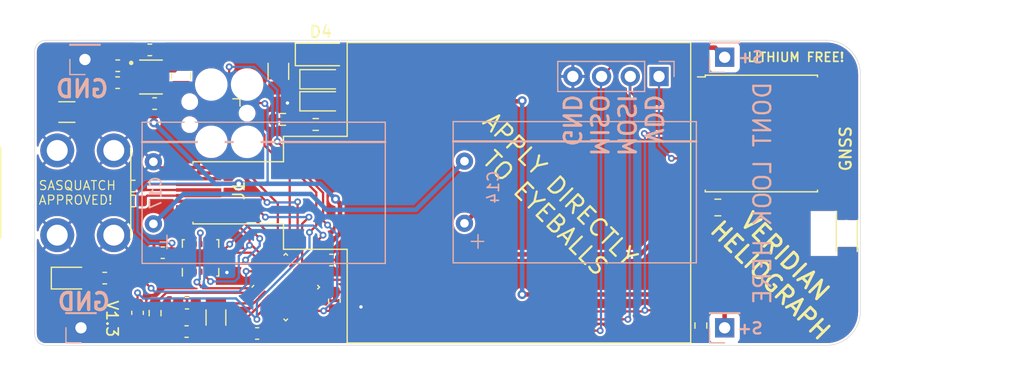
<source format=kicad_pcb>
(kicad_pcb (version 20211014) (generator pcbnew)
  (layers (0 "F.Cu" signal) (31 "B.Cu" signal) (34 "B.Paste" user) (35 "F.Paste" user) (36 "B.SilkS" user "B.Silkscreen") (37 "F.SilkS" user "F.Silkscreen") (38 "B.Mask" user) (39 "F.Mask" user) (44 "Edge.Cuts" user))
  (net 0 "")
  (net 1 "GND")
  (net 2 "VBAT_SENSE")
  (net 3 "VDD")
  (net 5 "GPS_EXINT")
  (net 6 "Net-(C4-Pad1)")
  (net 7 "Net-(C10-Pad1)")
  (net 8 "DISP_CS")
  (net 9 "EXTCOMIN")
  (net 11 "GPS_UART_MOSI")
  (net 12 "GPS_UART_MISO")
  (net 13 "Net-(D2-Pad2)")
  (net 14 "LED")
  (net 15 "/GPS_RF")
  (net 16 "VBAT")
  (net 17 "DISP_EN")
  (net 18 "Net-(R4-Pad1)")
  (net 19 "Net-(L2-Pad2)")
  (net 20 "Net-(L2-Pad1)")
  (net 30 "RESET")
  (net 31 "VBATMID")
  (net 40 "/SWDIO")
  (net 41 "SPI_MOSI")
  (net 42 "SPI_CLK")
  (net 43 "SPI_MISO")
  (net 44 "LIS_INT")
  (net 45 "LIS_CS")
  (net 46 "Net-(D1-Pad2)")
  (net 47 "Net-(D3-Pad2)")
  (net 48 "BOOT0")
  (net 50 "/SWDCLK")
  (footprint "Capacitor_SMD:C_1206_3216Metric" (layer "F.Cu") (at 68.55 52.75 90)
    (fp_text reference "C12" hide)
    (fp_text value "47uF")
  )
  (footprint "Resistor_SMD:R_0603_1608Metric" (layer "F.Cu") (at 53.2 71.05 180)
    (fp_text reference "R3" hide)
    (fp_text value "390")
  )
  (footprint "Diode_SMD:D_0805_2012Metric" (layer "F.Cu") (at 50.1625 71.05)
    (fp_text reference "D2" hide)
    (fp_text value "LED")
  )
  (footprint "Capacitor_SMD:C_0603_1608Metric" (layer "F.Cu") (at 57.6125 55.6)
    (fp_text reference "C5" hide)
    (fp_text value "10nF")
  )
  (footprint "Capacitor_SMD:C_1206_3216Metric" (layer "F.Cu") (at 49.85 56.35)
    (fp_text reference "C7" hide)
    (fp_text value "47uF")
  )
  (footprint "Capacitor_SMD:C_0603_1608Metric" (layer "F.Cu") (at 57.1875 50.85)
    (fp_text reference "C8" hide)
    (fp_text value "1uF")
  )
  (footprint "Resistor_SMD:R_0603_1608Metric" (layer "F.Cu") (at 54.3375 53.75 180)
    (fp_text reference "R4" hide)
    (fp_text value "432k")
  )
  (footprint "Resistor_SMD:R_0603_1608Metric" (layer "F.Cu") (at 54.35 52.25)
    (fp_text reference "R5" hide)
    (fp_text value "91k")
  )
  (footprint "Heliograph:VREG_TPS63802DLAR" (layer "F.Cu") (at 57.2875 53.25)
    (fp_text reference "U7" hide)
    (fp_text value "TPS63802")
  )
  (footprint "Inductor_SMD:L_0806_2016Metric" (layer "F.Cu") (at 59.95 53.15 -90)
    (fp_text reference "L2" hide)
    (fp_text value "0.47uH")
  )
  (footprint "Capacitor_SMD:C_0603_1608Metric" (layer "F.Cu") (at 55.7125 62.9)
    (fp_text reference "C9" hide)
    (fp_text value "1uF")
  )
  (footprint "Capacitor_SMD:C_0603_1608Metric" (layer "F.Cu") (at 55.7 64.22)
    (fp_text reference "C20" hide)
    (fp_text value "1uF")
  )
  (footprint "Capacitor_SMD:C_0603_1608Metric" (layer "F.Cu") (at 66.675 75.95 180)
    (fp_text reference "C25" hide)
    (fp_text value "1uF")
  )
  (footprint "Heliograph:M4_RA_7792" (layer "F.Cu") (at 49 63.5 -90)
    (fp_text reference "J7" hide)
    (fp_text value "Screw_Terminal_01x01")
  )
  (footprint "Capacitor_SMD:C_0603_1608Metric" (layer "F.Cu") (at 58.325 68.8)
    (fp_text reference "C26" hide)
    (fp_text value "1uF")
  )
  (footprint "Package_LGA:LGA-16_3x3mm_P0.5mm_LayoutBorder3x5y" (layer "F.Cu") (at 61.67 69.26 90)
    (fp_text reference "U6" hide)
    (fp_text value "LIS3DH" hide)
  )
  (footprint "Heliograph:LS013B7DH03" (layer "F.Cu") (at 61 63.5 90)
    (fp_text reference "J1")
    (fp_text value "Conn_01x10_Female")
  )
  (footprint "Diode_SMD:D_SOD-323_HandSoldering" (layer "F.Cu") (at 72.35 55.4)
    (fp_text reference "D1" hide)
    (fp_text value "Schottky")
  )
  (footprint "Diode_SMD:D_SOD-323_HandSoldering" (layer "F.Cu") (at 72.35 53.45)
    (fp_text reference "D3" hide)
    (fp_text value "Schottky")
  )
  (footprint "Capacitor_SMD:C_0402_1005Metric" (layer "F.Cu") (at 117.835 64.4)
    (fp_text reference "C1" hide)
    (fp_text value "3.3pF")
  )
  (footprint "RF_GPS:ublox_MAX" (layer "F.Cu") (at 111.25 58.25)
    (fp_text reference "U2" hide)
    (fp_text value "MAX-M10Q")
  )
  (footprint "RF_Antenna:Pulse_W3011" (layer "F.Cu") (at 118.8 67.1)
    (fp_text reference "AE1" hide)
    (fp_text value "Antenna_Shield")
  )
  (footprint "Resistor_SMD:R_0603_1608Metric" (layer "F.Cu") (at 105.9 75.25 90)
    (fp_text reference "R7" hide)
    (fp_text value "1M")
  )
  (footprint "Capacitor_SMD:C_0603_1608Metric" (layer "F.Cu") (at 60.435 75.78 180)
    (fp_text reference "C10" hide)
    (fp_text value "11pF")
  )
  (footprint "Resistor_SMD:R_0603_1608Metric" (layer "F.Cu") (at 71.85 57.45)
    (fp_text reference "R12" hide)
    (fp_text value "1M")
  )
  (footprint "Capacitor_SMD:C_0805_2012Metric" (layer "F.Cu") (at 107.4 64.8)
    (fp_text reference "C13" hide)
    (fp_text value "4.7uF")
  )
  (footprint "Package_DFN_QFN:QFN-28_4x4mm_P0.5mm" (layer "F.Cu") (at 69.2 71.85 45)
    (fp_text reference "U1" hide)
    (fp_text value "STM32L011G3Ux")
  )
  (footprint "Diode_SMD:D_SOD-123" (layer "F.Cu") (at 72.3 51.25)
    (fp_text reference "D4")
    (fp_text value "6V")
  )
  (footprint "Capacitor_SMD:C_0603_1608Metric" (layer "F.Cu") (at 56.1 74.125 90)
    (fp_text reference "C18" hide)
    (fp_text value "10nF")
  )
  (footprint "Capacitor_SMD:C_0603_1608Metric" (layer "F.Cu") (at 73.225 69.45)
    (fp_text reference "C11" hide)
    (fp_text value "1uF")
  )
  (footprint "Capacitor_SMD:C_0603_1608Metric" (layer "F.Cu") (at 60.47 73.27 180)
    (fp_text reference "C4" hide)
    (fp_text value "11pF")
  )
  (footprint "Capacitor_SMD:C_0603_1608Metric" (layer "F.Cu") (at 73.5 73.05 -90)
    (fp_text reference "C23" hide)
    (fp_text value "10nF")
  )
  (footprint "Resistor_SMD:R_0603_1608Metric" (layer "F.Cu") (at 68.95 57)
    (fp_text reference "R13" hide)
    (fp_text value "1M")
  )
  (footprint "Resistor_SMD:R_0603_1608Metric" (layer "F.Cu") (at 57.65 74.15 90)
    (fp_text reference "R1" hide)
    (fp_text value "91k")
  )
  (footprint "Connector:Tag-Connect_TC2030-IDC-FP_2x03_P1.27mm_Vertical" (layer "F.Cu") (at 63.25 56.45 180)
    (fp_text reference "J4" hide)
    (fp_text value "Conn_02x03_Odd_Even")
  )
  (footprint "Crystal:Crystal_SMD_3215-2Pin_3.2x1.5mm" (layer "F.Cu") (at 63.03 74.54 -90)
    (fp_text reference "Y1" hide)
    (fp_text value "32.768")
  )
  (footprint "Connector_PinHeader_2.54mm:PinHeader_1x01_P2.54mm_Vertical" (layer "B.Cu") (at 108 51.5)
    (fp_text reference "J2" hide)
    (fp_text value "Solar1+")
  )
  (footprint "Connector_PinHeader_2.54mm:PinHeader_1x01_P2.54mm_Vertical" (layer "B.Cu") (at 108 75.45)
    (fp_text reference "J5" hide)
    (fp_text value "Solar2+")
  )
  (footprint "Connector_PinHeader_2.54mm:PinHeader_1x01_P2.54mm_Vertical" (layer "B.Cu") (at 51.1 75.45)
    (fp_text reference "J6" hide)
    (fp_text value "GND")
  )
  (footprint "Connector_PinHeader_2.54mm:PinHeader_1x01_P2.54mm_Vertical" (layer "B.Cu") (at 51.45 51.7)
    (fp_text reference "J3" hide)
    (fp_text value "GND")
  )
  (footprint "Veridian-Library-KiCad:SCCT20E106SRB" (layer "B.Cu") (at 57.5 63.5 90)
    (fp_text reference "C17")
    (fp_text value "10F")
  )
  (footprint "Heliograph:SCCT20E106SRB" (layer "B.Cu") (at 85 63.45 90)
    (fp_text reference "C14")
    (fp_text value "10F")
  )
  (footprint "Connector_PinSocket_2.54mm:PinSocket_1x04_P2.54mm_Vertical" (layer "B.Cu") (at 102.2 53.2 90)
    (fp_text reference "J8" hide)
    (fp_text value "Conn_01x04_Male")
  )
  (gr_arc (start 117 50) (mid 119.12132 50.87868) (end 120 53) (layer "Edge.Cuts") (width 0.05))
  (gr_line (start 120 53) (end 120 74) (layer "Edge.Cuts") (width 0.05))
  (gr_arc (start 47.000003 51) (mid 47.292896 50.292894) (end 48.000003 50) (layer "Edge.Cuts") (width 0.05))
  (gr_line (start 117 77) (end 48 77) (layer "Edge.Cuts") (width 0.05))
  (gr_arc (start 48 77) (mid 47.292894 76.707106) (end 47 76) (layer "Edge.Cuts") (width 0.05))
  (gr_arc (start 120 74) (mid 119.12132 76.12132) (end 117 77) (layer "Edge.Cuts") (width 0.05))
  (gr_line (start 47.000003 51) (end 47 76) (layer "Edge.Cuts") (width 0.05))
  (gr_line (start 48.000003 50) (end 117 50) (layer "Edge.Cuts") (width 0.05))
  (gr_text "GND" (at 51.35 73.15) (layer "B.SilkS") (effects (font (size 1.5 1.5) (thickness 0.3)) (justify mirror)))
  (gr_text "S+" (at 110.3 51.5) (layer "B.SilkS") (effects (font (size 1 1) (thickness 0.2)) (justify mirror)))
  (gr_text "S+" (at 110.25 75.5) (layer "B.SilkS") (effects (font (size 1 1) (thickness 0.2)) (justify mirror)))
  (gr_text "GND" (at 51.2 54.3) (layer "B.SilkS") (effects (font (size 1.5 1.5) (thickness 0.3)) (justify mirror)))
  (gr_text "DONT LOOK HERE " (at 111.35 64.1 90) (layer "B.SilkS") (effects (font (size 1.5 1.5) (thickness 0.2)) (justify mirror)))
  (gr_text "VDD\nMOSI\nMISO\nGND" (at 98.1 54.65 270) (layer "B.SilkS") (effects (font (size 1.5 1.5) (thickness 0.25)) (justify right mirror)))
  (gr_text "V1.3" (at 53.85 74.65 270) (layer "F.SilkS") (effects (font (size 1 1))))
  (gr_text "LITHIUM FREE!" (at 114.3 51.5) (layer "F.SilkS") (effects (font (size 0.8 0.8))))
  (gr_text "VERIDIAN \nHELIOGRAPH" (at 112.9 70.4 -45) (layer "F.SilkS") (effects (font (size 1.5 1.5) (thickness 0.25))))
  (gr_text "APPLY DIRECTLY \nTO EYEBALLS" (at 93 64.45 -45) (layer "F.SilkS") (effects (font (size 1.5 1.5) (thickness 0.2))))
  (gr_text "SASQUATCH \nAPPROVED!" (at 47.3 63.5) (layer "F.SilkS") (effects (font (size 0.8 0.8) (thickness 0.1)) (justify left)))
  (gr_text "GNSS" (at 118.7 59.6 90) (layer "F.SilkS") (effects (font (size 1 1) (thickness 0.18))))
  (segment (start 74.525 72.275) (end 75.85 73.6) (width 0.2) (layer "F.Cu") (net 1))
  (segment (start 61.5 61.75) (end 58.5 61.75) (width 0.2) (layer "F.Cu") (net 1))
  (segment (start 63.935 70.485) (end 64 70.55) (width 0.2) (layer "F.Cu") (net 1))
  (segment (start 73.5 72.275) (end 74.525 72.275) (width 0.2) (layer "F.Cu") (net 1))
  (segment (start 58.5 61.75) (end 57.5 60.75) (width 0.2) (layer "F.Cu") (net 1))
  (segment (start 62.67 70.485) (end 63.935 70.485) (width 0.2) (layer "F.Cu") (net 1))
  (segment (start 57.15 53.25) (end 57.8375 53.25) (width 0.2) (layer "F.Cu") (net 1))
  (segment (start 57.15 55.275) (end 56.825 55.6) (width 0.2) (layer "F.Cu") (net 1))
  (segment (start 56.3875 53.25) (end 57.15 53.25) (width 0.2) (layer "F.Cu") (net 1))
  (segment (start 57.15 53.25) (end 57.15 55.275) (width 0.2) (layer "F.Cu") (net 1))
  (segment (start 58 61.25) (end 57.5 60.75) (width 0.2) (layer "F.Cu") (net 1))
  (segment (start 61.5 61.25) (end 58 61.25) (width 0.2) (layer "F.Cu") (net 1))
  (via (at 75.85 73.6) (size 0.6) (drill 0.3) (layers "F.Cu" "B.Cu") (net 1))
  (via (at 69.35 55.55) (size 0.6) (drill 0.3) (layers "F.Cu" "B.Cu") (net 1))
  (via (at 64 70.55) (size 0.6) (drill 0.3) (layers "F.Cu" "B.Cu") (net 1))
  (segment (start 72.9 66.35) (end 72.5 65.95) (width 0.2) (layer "F.Cu") (net 2))
  (segment (start 73.375 73.95) (end 73.5 73.825) (width 0.2) (layer "F.Cu") (net 2))
  (segment (start 71.3 73.95) (end 70.570019 73.220019) (width 0.2) (layer "F.Cu") (net 2))
  (segment (start 69.775 57) (end 70.575 57) (width 0.2) (layer "F.Cu") (net 2))
  (segment (start 72.5 65.95) (end 72.5 63.5) (width 0.2) (layer "F.Cu") (net 2))
  (segment (start 72.5 63.5) (end 71.025 62.025) (width 0.2) (layer "F.Cu") (net 2))
  (segment (start 72.55 73.95) (end 73.375 73.95) (width 0.2) (layer "F.Cu") (net 2))
  (segment (start 71.025 62.025) (end 71.025 57.45) (width 0.2) (layer "F.Cu") (net 2))
  (segment (start 70.575 57) (end 71.025 57.45) (width 0.2) (layer "F.Cu") (net 2))
  (segment (start 72.55 73.95) (end 71.3 73.95) (width 0.2) (layer "F.Cu") (net 2))
  (via (at 72.9 66.35) (size 0.6) (drill 0.3) (layers "F.Cu" "B.Cu") (net 2))
  (via (at 72.55 73.95) (size 0.6) (drill 0.3) (layers "F.Cu" "B.Cu") (net 2))
  (segment (start 72.9 66.35) (end 73.75 67.2) (width 0.2) (layer "B.Cu") (net 2))
  (segment (start 73.75 67.2) (end 73.75 72.75) (width 0.2) (layer "B.Cu") (net 2))
  (segment (start 73.75 72.75) (end 72.55 73.95) (width 0.2) (layer "B.Cu") (net 2))
  (segment (start 61.5 62.75) (end 65 62.75) (width 0.2) (layer "F.Cu") (net 3))
  (segment (start 59.635 70.485) (end 59.1 69.95) (width 0.2) (layer "F.Cu") (net 3))
  (segment (start 56.5 62.9) (end 56.65 62.75) (width 0.2) (layer "F.Cu") (net 3))
  (segment (start 68.183534 73.573573) (end 67.45 74.307107) (width 0.2) (layer "F.Cu") (net 3))
  (segment (start 65 62.75) (end 65.05 62.7) (width 0.2) (layer "F.Cu") (net 3))
  (segment (start 59.1 68) (end 59.15 67.95) (width 0.2) (layer "F.Cu") (net 3))
  (segment (start 70.923573 70.833534) (end 72.307107 69.45) (width 0.2) (layer "F.Cu") (net 3))
  (segment (start 59.1 68.8) (end 59.1 68) (width 0.2) (layer "F.Cu") (net 3))
  (segment (start 70.923573 70.833534) (end 68.183534 73.573573) (width 0.2) (layer "F.Cu") (net 3))
  (segment (start 55.45 56.7) (end 57.45 56.7) (width 0.4) (layer "F.Cu") (net 3))
  (segment (start 58.0375 54.25) (end 58.0375 55.2375) (width 0.3) (layer "F.Cu") (net 3))
  (segment (start 106.5 61.55) (end 104.25 61.55) (width 0.4) (layer "F.Cu") (net 3))
  (segment (start 74 64.45) (end 74 67.1) (width 0.4) (layer "F.Cu") (net 3))
  (segment (start 59.14 68.76) (end 59.1 68.8) (width 0.2) (layer "F.Cu") (net 3))
  (segment (start 104.7 64.8) (end 106.45 64.8) (width 0.4) (layer "F.Cu") (net 3))
  (segment (start 53.55 56.3) (end 53.6 56.35) (width 0.2) (layer "F.Cu") (net 3))
  (segment (start 72.45 68.65) (end 72.45 69.45) (width 0.4) (layer "F.Cu") (net 3))
  (segment (start 57.55 56.8) (end 57.45 56.7) (width 0.4) (layer "F.Cu") (net 3))
  (segment (start 64.52 55.815) (end 64.785 55.55) (width 0.2) (layer "F.Cu") (net 3))
  (segment (start 51.325 56.35) (end 55.1 56.35) (width 0.4) (layer "F.Cu") (net 3))
  (segment (start 74 67.1) (end 76.6 67.1) (width 0.4) (layer "F.Cu") (net 3))
  (segment (start 100.55 68.95) (end 104.7 64.8) (width 0.4) (layer "F.Cu") (net 3))
  (segment (start 106.5 60.45) (end 104.25 60.45) (width 0.4) (layer "F.Cu") (net 3))
  (segment (start 103.3 60.45) (end 104.25 60.45) (width 0.2) (layer "F.Cu") (net 3))
  (segment (start 55.1 56.35) (end 55.45 56.7) (width 0.4) (layer "F.Cu") (net 3))
  (segment (start 105.1 59.35) (end 104.25 60.2) (width 0.4) (layer "F.Cu") (net 3))
  (segment (start 104.25 60.45) (end 104.25 61.55) (width 0.4) (layer "F.Cu") (net 3))
  (segment (start 58.0375 55.2375) (end 58.4 55.6) (width 0.3) (layer "F.Cu") (net 3))
  (segment (start 104.25 61.55) (end 104.25 64.35) (width 0.4) (layer "F.Cu") (net 3))
  (segment (start 56.85 63.25) (end 56.5 62.9) (width 0.2) (layer "F.Cu") (net 3))
  (segment (start 76.6 67.1) (end 78.45 68.95) (width 0.4) (layer "F.Cu") (net 3))
  (segment (start 57.45 56.7) (end 57.8 56.7) (width 0.4) (layer "F.Cu") (net 3))
  (segment (start 61.5 62.25) (end 57.15 62.25) (width 0.2) (layer "F.Cu") (net 3))
  (segment (start 57.55 57.3) (end 57.55 56.8) (width 0.4) (layer "F.Cu") (net 3))
  (segment (start 59.1 69.95) (end 59.1 68.8) (width 0.2) (layer "F.Cu") (net 3))
  (segment (start 67.3 55.55) (end 67.35 55.6) (width 0.2) (layer "F.Cu") (net 3))
  (segment (start 57.8 56.7) (end 58.4 56.1) (width 0.4) (layer "F.Cu") (net 3))
  (segment (start 106.5 59.35) (end 105.1 59.35) (width 0.4) (layer "F.Cu") (net 3))
  (segment (start 53.55 53.75) (end 53.55 56.3) (width 0.2) (layer "F.Cu") (net 3))
  (segment (start 104.25 64.35) (end 104.7 64.8) (width 0.4) (layer "F.Cu") (net 3))
  (segment (start 104.25 60.2) (end 104.25 60.45) (width 0.4) (layer "F.Cu") (net 3))
  (segment (start 67.45 74.307107) (end 67.45 75.95) (width 0.2) (layer "F.Cu") (net 3))
  (segment (start 74 67.1) (end 72.45 68.65) (width 0.4) (layer "F.Cu") (net 3))
  (segment (start 57.15 62.25) (end 56.5 62.9) (width 0.2) (layer "F.Cu") (net 3))
  (segment (start 78.45 68.95) (end 100.55 68.95) (width 0.4) (layer "F.Cu") (net 3))
  (segment (start 64.785 55.55) (end 67.3 55.55) (width 0.2) (layer "F.Cu") (net 3))
  (segment (start 73.6 64.05) (end 74 64.45) (width 0.4) (layer "F.Cu") (net 3))
  (segment (start 56.65 62.75) (end 61.5 62.75) (width 0.2) (layer "F.Cu") (net 3))
  (segment (start 61.5 63.25) (end 56.85 63.25) (width 0.2) (layer "F.Cu") (net 3))
  (segment (start 60.67 70.485) (end 59.635 70.485) (width 0.2) (layer "F.Cu") (net 3))
  (segment (start 58.4 56.1) (end 58.4 55.6) (width 0.4) (layer "F.Cu") (net 3))
  (segment (start 60.445 68.76) (end 59.14 68.76) (width 0.2) (layer "F.Cu") (net 3))
  (segment (start 72.307107 69.45) (end 72.45 69.45) (width 0.2) (layer "F.Cu") (net 3))
  (via (at 59.15 67.95) (size 0.6) (drill 0.3) (layers "F.Cu" "B.Cu") (net 3))
  (via (at 103.3 60.45) (size 0.6) (drill 0.3) (layers "F.Cu" "B.Cu") (net 3))
  (via (at 73.6 64.05) (size 0.8) (drill 0.4) (layers "F.Cu" "B.Cu") (net 3))
  (via (at 67.35 55.6) (size 0.6) (drill 0.3) (layers "F.Cu" "B.Cu") (net 3))
  (via (at 57.55 57.3) (size 0.8) (drill 0.4) (layers "F.Cu" "B.Cu") (net 3))
  (via (at 65.05 62.7) (size 0.8) (drill 0.4) (layers "F.Cu" "B.Cu") (net 3))
  (segment (start 63.15 62.7) (end 62.95 62.7) (width 0.4) (layer "B.Cu") (net 3))
  (segment (start 72.25 62.7) (end 67.45 62.7) (width 0.4) (layer "B.Cu") (net 3))
  (segment (start 67.6 55.85) (end 67.6 62.55) (width 0.2) (layer "B.Cu") (net 3))
  (segment (start 59.15 67.95) (end 57.1 67.95) (width 0.2) (layer "B.Cu") (net 3))
  (segment (start 73.6 64.05) (end 72.25 62.7) (width 0.4) (layer "B.Cu") (net 3))
  (segment (start 56.1 66.95) (end 56.1 63.55) (width 0.2) (layer "B.Cu") (net 3))
  (segment (start 56.1 63.55) (end 56.95 62.7) (width 0.2) (layer "B.Cu") (net 3))
  (segment (start 56.95 62.7) (end 62.95 62.7) (width 0.2) (layer "B.Cu") (net 3))
  (segment (start 65.05 62.7) (end 63.15 62.7) (width 0.4) (layer "B.Cu") (net 3))
  (segment (start 67.6 62.55) (end 67.45 62.7) (width 0.2) (layer "B.Cu") (net 3))
  (segment (start 62.95 62.7) (end 57.55 57.3) (width 0.4) (layer "B.Cu") (net 3))
  (segment (start 102.2 53.2) (end 102.2 59.35) (width 0.2) (layer "B.Cu") (net 3))
  (segment (start 57.1 67.95) (end 56.1 66.95) (width 0.2) (layer "B.Cu") (net 3))
  (segment (start 67.35 55.6) (end 67.6 55.85) (width 0.2) (layer "B.Cu") (net 3))
  (segment (start 67.45 62.7) (end 65.05 62.7) (width 0.4) (layer "B.Cu") (net 3))
  (segment (start 102.2 59.35) (end 103.3 60.45) (width 0.2) (layer "B.Cu") (net 3))
  (segment (start 78 74) (end 100.85 74) (width 0.2) (layer "F.Cu") (net 5))
  (segment (start 71.673106 71.498214) (end 71.97132 71.2) (width 0.2) (layer "F.Cu") (net 5))
  (segment (start 100.9 58.25) (end 106.5 58.25) (width 0.2) (layer "F.Cu") (net 5))
  (segment (start 100.95 73.9) (end 105.375 73.9) (width 0.2) (layer "F.Cu") (net 5))
  (segment (start 75.2 71.2) (end 78 74) (width 0.2) (layer "F.Cu") (net 5))
  (segment (start 105.375 73.9) (end 105.9 74.425) (width 0.2) (layer "F.Cu") (net 5))
  (segment (start 71.97132 71.2) (end 75.2 71.2) (width 0.2) (layer "F.Cu") (net 5))
  (segment (start 100.85 74) (end 100.95 73.9) (width 0.2) (layer "F.Cu") (net 5))
  (via (at 100.95 73.9) (size 0.6) (drill 0.3) (layers "F.Cu" "B.Cu") (net 5))
  (via (at 100.9 58.25) (size 0.6) (drill 0.3) (layers "F.Cu" "B.Cu") (net 5))
  (segment (start 100.95 58.3) (end 100.9 58.25) (width 0.2) (layer "B.Cu") (net 5))
  (segment (start 100.95 73.9) (end 100.95 58.3) (width 0.2) (layer "B.Cu") (net 5))
  (segment (start 66.345787 73.29) (end 63.03 73.29) (width 0.2) (layer "F.Cu") (net 6))
  (segment (start 63.01 73.27) (end 63.03 73.29) (width 0.2) (layer "F.Cu") (net 6))
  (segment (start 67.122874 72.512913) (end 66.345787 73.29) (width 0.2) (layer "F.Cu") (net 6))
  (segment (start 61.245 73.27) (end 63.01 73.27) (width 0.2) (layer "F.Cu") (net 6))
  (segment (start 63.03 75.79) (end 61.22 75.79) (width 0.2) (layer "F.Cu") (net 7))
  (segment (start 61.22 75.79) (end 61.21 75.78) (width 0.2) (layer "F.Cu") (net 7))
  (segment (start 67.476427 72.866466) (end 64.552893 75.79) (width 0.2) (layer "F.Cu") (net 7))
  (segment (start 64.552893 75.79) (end 63.03 75.79) (width 0.2) (layer "F.Cu") (net 7))
  (segment (start 65.35 64.75) (end 67.85 67.25) (width 0.2) (layer "F.Cu") (net 8))
  (segment (start 61.5 64.75) (end 65.35 64.75) (width 0.2) (layer "F.Cu") (net 8))
  (segment (start 67.85 67.25) (end 67.85 69.085787) (width 0.2) (layer "F.Cu") (net 8))
  (segment (start 67.85 69.085787) (end 68.537087 69.772874) (width 0.2) (layer "F.Cu") (net 8))
  (segment (start 70.64952 69.693373) (end 70.216466 70.126427) (width 0.2) (layer "F.Cu") (net 9))
  (segment (start 61.5 64.25) (end 66 64.25) (width 0.2) (layer "F.Cu") (net 9))
  (segment (start 71.25 65.65) (end 70.64952 66.25048) (width 0.2) (layer "F.Cu") (net 9))
  (segment (start 70.64952 66.25048) (end 70.64952 69.693373) (width 0.2) (layer "F.Cu") (net 9))
  (segment (start 66 64.25) (end 67.4 65.65) (width 0.2) (layer "F.Cu") (net 9))
  (via (at 71.25 65.65) (size 0.6) (drill 0.3) (layers "F.Cu" "B.Cu") (net 9))
  (via (at 67.4 65.65) (size 0.6) (drill 0.3) (layers "F.Cu" "B.Cu") (net 9))
  (segment (start 67.4 65.65) (end 71.25 65.65) (width 0.2) (layer "B.Cu") (net 9))
  (segment (start 99.45 74.7) (end 69.92868 74.7) (width 0.2) (layer "F.Cu") (net 11))
  (segment (start 101.15 56.05) (end 99.66 54.56) (width 0.2) (layer "F.Cu") (net 11))
  (segment (start 106.5 56.05) (end 101.15 56.05) (width 0.2) (layer "F.Cu") (net 11))
  (segment (start 99.66 54.56) (end 99.66 53.2) (width 0.2) (layer "F.Cu") (net 11))
  (segment (start 69.92868 74.7) (end 69.551786 74.323106) (width 0.2) (layer "F.Cu") (net 11))
  (via (at 99.45 74.7) (size 0.6) (drill 0.3) (layers "F.Cu" "B.Cu") (net 11))
  (segment (start 99.61 74.54) (end 99.45 74.7) (width 0.2) (layer "B.Cu") (net 11))
  (segment (start 99.61 53.25) (end 99.61 74.54) (width 0.2) (layer "B.Cu") (net 11))
  (segment (start 99.66 53.2) (end 99.61 53.25) (width 0.2) (layer "B.Cu") (net 11))
  (segment (start 104 51.55) (end 98.77 51.55) (width 0.2) (layer "F.Cu") (net 12))
  (segment (start 69.1 75.7) (end 97 75.7) (width 0.2) (layer "F.Cu") (net 12))
  (segment (start 105.35 54.95) (end 104.55 54.15) (width 0.2) (layer "F.Cu") (net 12))
  (segment (start 68.212013 74.2522) (end 68.212013 74.812013) (width 0.2) (layer "F.Cu") (net 12))
  (segment (start 98.77 51.55) (end 97.12 53.2) (width 0.2) (layer "F.Cu") (net 12))
  (segment (start 68.212013 74.812013) (end 69.1 75.7) (width 0.2) (layer "F.Cu") (net 12))
  (segment (start 104.55 54.15) (end 104.55 52.1) (width 0.2) (layer "F.Cu") (net 12))
  (segment (start 104.55 52.1) (end 104 51.55) (width 0.2) (layer "F.Cu") (net 12))
  (segment (start 106.5 54.95) (end 105.35 54.95) (width 0.2) (layer "F.Cu") (net 12))
  (segment (start 68.537087 73.927126) (end 68.212013 74.2522) (width 0.2) (layer "F.Cu") (net 12))
  (via (at 97 75.7) (size 0.6) (drill 0.3) (layers "F.Cu" "B.Cu") (net 12))
  (segment (start 97.07 53.25) (end 97.07 75.63) (width 0.2) (layer "B.Cu") (net 12))
  (segment (start 97.07 75.63) (end 97 75.7) (width 0.2) (layer "B.Cu") (net 12))
  (segment (start 97.12 53.2) (end 97.07 53.25) (width 0.2) (layer "B.Cu") (net 12))
  (segment (start 51.1 71.05) (end 52.4125 71.05) (width 0.2) (layer "F.Cu") (net 13))
  (segment (start 56.4 71.05) (end 53.9875 71.05) (width 0.2) (layer "F.Cu") (net 14))
  (segment (start 66.385787 70.45) (end 65.7 70.45) (width 0.2) (layer "F.Cu") (net 14))
  (segment (start 57.3 71.95) (end 56.4 71.05) (width 0.2) (layer "F.Cu") (net 14))
  (segment (start 67.122874 71.187087) (end 66.385787 70.45) (width 0.2) (layer "F.Cu") (net 14))
  (via (at 65.7 70.45) (size 0.6) (drill 0.3) (layers "F.Cu" "B.Cu") (net 14))
  (via (at 57.3 71.95) (size 0.6) (drill 0.3) (layers "F.Cu" "B.Cu") (net 14))
  (segment (start 57.6 72.25) (end 65.1 72.25) (width 0.2) (layer "B.Cu") (net 14))
  (segment (start 65.1 72.25) (end 65.7 71.65) (width 0.2) (layer "B.Cu") (net 14))
  (segment (start 57.3 71.95) (end 57.6 72.25) (width 0.2) (layer "B.Cu") (net 14))
  (segment (start 65.7 71.65) (end 65.7 70.45) (width 0.2) (layer "B.Cu") (net 14))
  (segment (start 116.3 61.55) (end 116 61.55) (width 0.5) (layer "F.Cu") (net 15))
  (segment (start 118.3 65.5) (end 118.3 63.55) (width 0.5) (layer "F.Cu") (net 15))
  (arc (start 118.3 63.55) (mid 117.714214 62.135786) (end 116.3 61.55) (width 0.5) (layer "F.Cu") (net 15))
  (segment (start 71.1 53.45) (end 71.1 51.7) (width 0.4) (layer "F.Cu") (net 16))
  (segment (start 72.675 56.775) (end 72.675 57.45) (width 0.4) (layer "F.Cu") (net 16))
  (segment (start 87.8 59) (end 86.25 57.45) (width 0.4) (layer "F.Cu") (net 16))
  (segment (start 87.8 63.4) (end 87.8 59) (width 0.4) (layer "F.Cu") (net 16))
  (segment (start 68.125 50.85) (end 68.55 51.275) (width 0.4) (layer "F.Cu") (net 16))
  (segment (start 71.1 55.4) (end 71.3 55.4) (width 0.4) (layer "F.Cu") (net 16))
  (segment (start 58.0375 52.25) (end 58.0375 50.9125) (width 0.3) (layer "F.Cu") (net 16))
  (segment (start 86.25 57.45) (end 72.675 57.45) (width 0.4) (layer "F.Cu") (net 16))
  (segment (start 85 66.2) (end 87.8 63.4) (width 0.4) (layer "F.Cu") (net 16))
  (segment (start 71.3 55.4) (end 72.675 56.775) (width 0.4) (layer "F.Cu") (net 16))
  (segment (start 58.0375 50.9125) (end 57.975 50.85) (width 0.2) (layer "F.Cu") (net 16))
  (segment (start 70.65 51.25) (end 68.575 51.25) (width 0.4) (layer "F.Cu") (net 16))
  (segment (start 56.3875 52.25) (end 58.0375 52.25) (width 0.2) (layer "F.Cu") (net 16))
  (segment (start 71.1 55.4) (end 71.1 53.45) (width 0.4) (layer "F.Cu") (net 16))
  (segment (start 68.575 51.25) (end 68.55 51.275) (width 0.4) (layer "F.Cu") (net 16))
  (segment (start 57.975 50.85) (end 68.125 50.85) (width 0.4) (layer "F.Cu") (net 16))
  (segment (start 71.1 51.7) (end 70.65 51.25) (width 0.4) (layer "F.Cu") (net 16))
  (segment (start 61.5 63.75) (end 56.9575 63.75) (width 0.2) (layer "F.Cu") (net 17))
  (segment (start 56.9575 63.75) (end 56.4875 64.22) (width 0.2) (layer "F.Cu") (net 17))
  (segment (start 70.25 69.385787) (end 69.862913 69.772874) (width 0.2) (layer "F.Cu") (net 17))
  (segment (start 66.95 63.75) (end 67.55 64.35) (width 0.2) (layer "F.Cu") (net 17))
  (segment (start 70.25 64.3) (end 70.25 69.385787) (width 0.2) (layer "F.Cu") (net 17))
  (segment (start 61.5 63.75) (end 66.95 63.75) (width 0.2) (layer "F.Cu") (net 17))
  (via (at 67.55 64.35) (size 0.6) (drill 0.3) (layers "F.Cu" "B.Cu") (net 17))
  (via (at 70.25 64.3) (size 0.6) (drill 0.3) (layers "F.Cu" "B.Cu") (net 17))
  (segment (start 70.2 64.35) (end 70.25 64.3) (width 0.2) (layer "B.Cu") (net 17))
  (segment (start 67.55 64.35) (end 70.2 64.35) (width 0.2) (layer "B.Cu") (net 17))
  (segment (start 55.1375 52.25) (end 55.1375 53.7375) (width 0.2) (layer "F.Cu") (net 18))
  (segment (start 55.1375 53.7375) (end 55.125 53.75) (width 0.2) (layer "F.Cu") (net 18))
  (segment (start 56.3875 53.75) (end 55.125 53.75) (width 0.2) (layer "F.Cu") (net 18))
  (segment (start 58.0375 53.75) (end 59.6125 53.75) (width 0.2) (layer "F.Cu") (net 19))
  (segment (start 59.6125 53.75) (end 59.95 54.0875) (width 0.2) (layer "F.Cu") (net 19))
  (segment (start 58.0375 52.75) (end 59.4125 52.75) (width 0.2) (layer "F.Cu") (net 20))
  (segment (start 59.4125 52.75) (end 59.95 52.2125) (width 0.2) (layer "F.Cu") (net 20))
  (segment (start 56.1 73.35) (end 56.1 72.35) (width 0.2) (layer "F.Cu") (net 30))
  (segment (start 64.2 54.865) (end 64.2 52.35) (width 0.2) (layer "F.Cu") (net 30))
  (segment (start 71.3 67) (end 71.900489 66.399511) (width 0.2) (layer "F.Cu") (net 30))
  (segment (start 70.15 60.65) (end 68.45 58.95) (width 0.2) (layer "F.Cu") (net 30))
  (segment (start 71.900489 66.399511) (end 71.900489 63.465495) (width 0.2) (layer "F.Cu") (net 30))
  (segment (start 71.900489 63.465495) (end 70.15 61.715006) (width 0.2) (layer "F.Cu") (net 30))
  (segment (start 70.15 61.715006) (end 70.15 60.65) (width 0.2) (layer "F.Cu") (net 30))
  (segment (start 67.829981 73.220019) (end 66.65 74.4) (width 0.2) (layer "F.Cu") (net 30))
  (segment (start 66.65 74.4) (end 66.65 74.7) (width 0.2) (layer "F.Cu") (net 30))
  (segment (start 63.25 55.815) (end 64.2 54.865) (width 0.2) (layer "F.Cu") (net 30))
  (via (at 71.3 67) (size 0.6) (drill 0.3) (layers "F.Cu" "B.Cu") (net 30))
  (via (at 68.45 58.95) (size 0.6) (drill 0.3) (layers "F.Cu" "B.Cu") (net 30))
  (via (at 56.1 72.35) (size 0.6) (drill 0.3) (layers "F.Cu" "B.Cu") (net 30))
  (via (at 66.65 74.7) (size 0.6) (drill 0.3) (layers "F.Cu" "B.Cu") (net 30))
  (via (at 64.2 52.35) (size 0.6) (drill 0.3) (layers "F.Cu" "B.Cu") (net 30))
  (segment (start 71.3 67) (end 71.3 68.5) (width 0.2) (layer "B.Cu") (net 30))
  (segment (start 71.3 68.5) (end 66.65 73.15) (width 0.2) (layer "B.Cu") (net 30))
  (segment (start 66.65 73.15) (end 66.65 74.7) (width 0.2) (layer "B.Cu") (net 30))
  (segment (start 66.403606 52.35) (end 68.45 54.396394) (width 0.2) (layer "B.Cu") (net 30))
  (segment (start 56.6 72.85) (end 64.8 72.85) (width 0.2) (layer "B.Cu") (net 30))
  (segment (start 64.8 72.85) (end 66.65 74.7) (width 0.2) (layer "B.Cu") (net 30))
  (segment (start 68.45 54.396394) (end 68.45 58.95) (width 0.2) (layer "B.Cu") (net 30))
  (segment (start 56.1 72.35) (end 56.6 72.85) (width 0.2) (layer "B.Cu") (net 30))
  (segment (start 64.2 52.35) (end 66.403606 52.35) (width 0.2) (layer "B.Cu") (net 30))
  (segment (start 72.8 65) (end 80.7 65) (width 0.4) (layer "B.Cu") (net 31))
  (segment (start 80.7 65) (end 85 60.7) (width 0.4) (layer "B.Cu") (net 31))
  (segment (start 57.5 66.25) (end 60.149511 63.600489) (width 0.4) (layer "B.Cu") (net 31))
  (segment (start 60.149511 63.600489) (end 71.400489 63.600489) (width 0.4) (layer "B.Cu") (net 31))
  (segment (start 71.400489 63.600489) (end 72.8 65) (width 0.4) (layer "B.Cu") (net 31))
  (segment (start 67.326971 59.326971) (end 69.551786 61.551786) (width 0.2) (layer "F.Cu") (net 40))
  (segment (start 67.326971 58.353365) (end 67.326971 59.326971) (width 0.2) (layer "F.Cu") (net 40))
  (segment (start 64.835 57.4) (end 66.373606 57.4) (width 0.2) (layer "F.Cu") (net 40))
  (segment (start 64.52 57.085) (end 64.835 57.4) (width 0.2) (layer "F.Cu") (net 40))
  (segment (start 66.373606 57.4) (end 67.326971 58.353365) (width 0.2) (layer "F.Cu") (net 40))
  (segment (start 69.551786 61.551786) (end 69.551786 69.376894) (width 0.2) (layer "F.Cu") (net 40))
  (segment (start 61.5 65.25) (end 64.6 65.25) (width 0.2) (layer "F.Cu") (net 41))
  (segment (start 65.34 69.76) (end 65.06 69.76) (width 0.2) (layer "F.Cu") (net 41))
  (segment (start 64.6 65.25) (end 66.9 67.55) (width 0.2) (layer "F.Cu") (net 41))
  (segment (start 66.402893 69.76) (end 65.06 69.76) (width 0.2) (layer "F.Cu") (net 41))
  (segment (start 67.476427 70.833534) (end 66.402893 69.76) (width 0.2) (layer "F.Cu") (net 41))
  (segment (start 65.65 69.45) (end 65.34 69.76) (width 0.2) (layer "F.Cu") (net 41))
  (segment (start 65.06 69.76) (end 62.895 69.76) (width 0.2) (layer "F.Cu") (net 41))
  (via (at 65.65 69.45) (size 0.6) (drill 0.3) (layers "F.Cu" "B.Cu") (net 41))
  (via (at 66.9 67.55) (size 0.6) (drill 0.3) (layers "F.Cu" "B.Cu") (net 41))
  (segment (start 66.9 68.2) (end 66.9 67.55) (width 0.2) (layer "B.Cu") (net 41))
  (segment (start 65.65 69.45) (end 66.9 68.2) (width 0.2) (layer "B.Cu") (net 41))
  (segment (start 66 67.4) (end 64.35 65.75) (width 0.2) (layer "F.Cu") (net 42))
  (segment (start 66.207107 68.15) (end 68.183534 70.126427) (width 0.2) (layer "F.Cu") (net 42))
  (segment (start 62.55 71.350011) (end 62.17 70.970011) (width 0.2) (layer "F.Cu") (net 42))
  (segment (start 64.35 65.75) (end 61.5 65.75) (width 0.2) (layer "F.Cu") (net 42))
  (segment (start 66 68.15) (end 66.207107 68.15) (width 0.2) (layer "F.Cu") (net 42))
  (segment (start 62.17 70.970011) (end 62.17 70.485) (width 0.2) (layer "F.Cu") (net 42))
  (segment (start 66 68.15) (end 66 67.4) (width 0.2) (layer "F.Cu") (net 42))
  (via (at 62.55 71.350011) (size 0.6) (drill 0.3) (layers "F.Cu" "B.Cu") (net 42))
  (via (at 66 68.15) (size 0.6) (drill 0.3) (layers "F.Cu" "B.Cu") (net 42))
  (segment (start 65.05 71) (end 65.05 69.1) (width 0.2) (layer "B.Cu") (net 42))
  (segment (start 64.699989 71.350011) (end 65.05 71) (width 0.2) (layer "B.Cu") (net 42))
  (segment (start 65.05 69.1) (end 66 68.15) (width 0.2) (layer "B.Cu") (net 42))
  (segment (start 62.55 71.350011) (end 64.699989 71.350011) (width 0.2) (layer "B.Cu") (net 42))
  (segment (start 64.253664 69.26) (end 62.895 69.26) (width 0.2) (layer "F.Cu") (net 43))
  (segment (start 66.15 68.8) (end 64.713664 68.8) (width 0.2) (layer "F.Cu") (net 43))
  (segment (start 64.713664 68.8) (end 64.253664 69.26) (width 0.2) (layer "F.Cu") (net 43))
  (segment (start 67.829981 70.479981) (end 66.15 68.8) (width 0.2) (layer "F.Cu") (net 43))
  (segment (start 61.899522 71.949522) (end 66.275586 71.949522) (width 0.2) (layer "F.Cu") (net 44))
  (segment (start 61.67 67.07) (end 61.65 67.05) (width 0.2) (layer "F.Cu") (net 44))
  (segment (start 61.67 68.035) (end 61.67 67.07) (width 0.2) (layer "F.Cu") (net 44))
  (segment (start 66.275586 71.949522) (end 66.726894 71.498214) (width 0.2) (layer "F.Cu") (net 44))
  (segment (start 61.35 71.4) (end 61.899522 71.949522) (width 0.2) (layer "F.Cu") (net 44))
  (via (at 61.35 71.4) (size 0.6) (drill 0.3) (layers "F.Cu" "B.Cu") (net 44))
  (via (at 61.65 67.05) (size 0.6) (drill 0.3) (layers "F.Cu" "B.Cu") (net 44))
  (segment (start 61.6 67.1) (end 61.65 67.05) (width 0.2) (layer "B.Cu") (net 44))
  (segment (start 61.35 71.4) (end 61.6 71.15) (width 0.2) (layer "B.Cu") (net 44))
  (segment (start 61.6 71.15) (end 61.6 67.1) (width 0.2) (layer "B.Cu") (net 44))
  (segment (start 70.570019 70.479981) (end 71.70048 69.34952) (width 0.2) (layer "F.Cu") (net 45))
  (segment (start 63.54 68.76) (end 64.25 68.05) (width 0.2) (layer "F.Cu") (net 45))
  (segment (start 62.895 68.76) (end 63.54 68.76) (width 0.2) (layer "F.Cu") (net 45))
  (segment (start 71.70048 68.04952) (end 72.5 67.25) (width 0.2) (layer "F.Cu") (net 45))
  (segment (start 71.70048 69.34952) (end 71.70048 68.04952) (width 0.2) (layer "F.Cu") (net 45))
  (via (at 64.25 68.05) (size 0.6) (drill 0.3) (layers "F.Cu" "B.Cu") (net 45))
  (via (at 72.5 67.25) (size 0.6) (drill 0.3) (layers "F.Cu" "B.Cu") (net 45))
  (segment (start 71.650489 66.400489) (end 65.899511 66.400489) (width 0.2) (layer "B.Cu") (net 45))
  (segment (start 72.5 67.25) (end 71.650489 66.400489) (width 0.2) (layer "B.Cu") (net 45))
  (segment (start 65.899511 66.400489) (end 64.25 68.05) (width 0.2) (layer "B.Cu") (net 45))
  (segment (start 90.1 55.35) (end 90.05 55.4) (width 0.4) (layer "F.Cu") (net 46))
  (segment (start 90.05 55.4) (end 73.6 55.4) (width 0.4) (layer "F.Cu") (net 46))
  (segment (start 108 75.45) (end 108 73.3) (width 0.4) (layer "F.Cu") (net 46))
  (segment (start 107.2 72.5) (end 90.1 72.5) (width 0.4) (layer "F.Cu") (net 46))
  (segment (start 108 73.3) (end 107.2 72.5) (width 0.4) (layer "F.Cu") (net 46))
  (via (at 90.1 55.35) (size 0.8) (drill 0.4) (layers "F.Cu" "B.Cu") (net 46))
  (via (at 90.1 72.5) (size 0.8) (drill 0.4) (layers "F.Cu" "B.Cu") (net 46))
  (segment (start 90.1 72.5) (end 90.1 55.35) (width 0.4) (layer "B.Cu") (net 46))
  (segment (start 107.15 50.65) (end 108 51.5) (width 0.4) (layer "F.Cu") (net 47))
  (segment (start 73.6 53.45) (end 87.95 53.45) (width 0.4) (layer "F.Cu") (net 47))
  (segment (start 87.95 53.45) (end 90.75 50.65) (width 0.4) (layer "F.Cu") (net 47))
  (segment (start 90.75 50.65) (end 107.15 50.65) (width 0.4) (layer "F.Cu") (net 47))
  (segment (start 58.625958 72.349042) (end 57.65 73.325) (width 0.2) (layer "F.Cu") (net 48))
  (segment (start 66.726894 72.201786) (end 66.579638 72.349042) (width 0.2) (layer "F.Cu") (net 48))
  (segment (start 66.579638 72.349042) (end 58.625958 72.349042) (width 0.2) (layer "F.Cu") (net 48))
  (segment (start 64.253029 60.203029) (end 64.253029 58.088029) (width 0.2) (layer "F.Cu") (net 50))
  (segment (start 68.5 69.02868) (end 68.5 64.45) (width 0.2) (layer "F.Cu") (net 50))
  (segment (start 68.848214 69.376894) (end 68.5 69.02868) (width 0.2) (layer "F.Cu") (net 50))
  (segment (start 68.5 64.45) (end 64.253029 60.203029) (width 0.2) (layer "F.Cu") (net 50))
  (segment (start 64.253029 58.088029) (end 63.25 57.085) (width 0.2) (layer "F.Cu") (net 50))
  (zone (net 1) (net_name "GND") (layers F&B.Cu) (connect_pads (clearance 0.2)) (min_thickness 0.15) (fill yes (thermal_gap 0.2) (thermal_bridge_width 0.254))
    (polygon (pts (xy 126 79.9) (xy 47 78.9) (xy 46.25 48.65) (xy 125.85 46.75)))
  )
  (zone (net 0) (net_name "") (layers F&B.Cu) (connect_pads (clearance 0)) (min_thickness 0.15)
    (keepout (tracks not_allowed) (vias not_allowed) (pads allowed) (copperpour not_allowed) (footprints allowed))
    (fill (thermal_gap 0.2) (thermal_bridge_width 0.254))
    (polygon (pts (xy 117.95 65.1) (xy 117.95 65.9) (xy 119.95 65.9) (xy 119.95 68.3) (xy 118 68.3) (xy 118 69.1) (xy 115.6 69.1) (xy 115.6 65.1)))
  )
  (zone (net 0) (net_name "") (layers F&B.Cu) (connect_pads (clearance 0)) (min_thickness 0.254)
    (keepout (tracks allowed) (vias allowed) (pads allowed) (copperpour not_allowed) (footprints allowed))
    (fill (thermal_gap 0.508) (thermal_bridge_width 0.508))
    (polygon (pts (xy 58.9 53.65) (xy 60.95 53.65) (xy 60.975 52.7) (xy 58.925 52.7)))
  )
)
</source>
